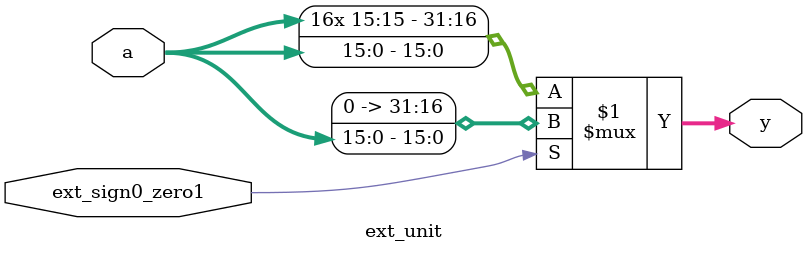
<source format=v>
`timescale 1ns / 1ps

module ext_unit(
	input  wire        ext_sign0_zero1,
	input  wire [15:0] a,
	output wire [31:0] y
);

assign y = ext_sign0_zero1 ? {{16{1'b0}}, a} : {{16{a[15]}}, a};

endmodule

</source>
